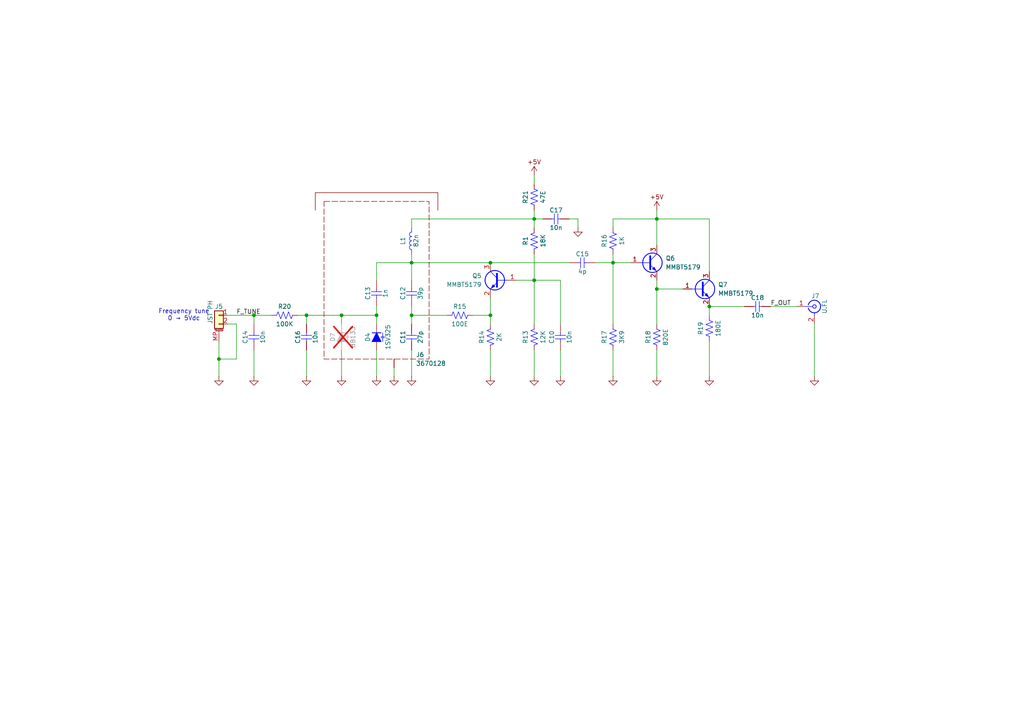
<source format=kicad_sch>
(kicad_sch (version 20250114) (generator "eeschema") (generator_version "9.0")
  (paper "A4")
  (title_block (title "Common Base Colpitts VFO"))
  (lib_symbols
    (symbol "#gplm:cap/CAP-0000-0040" (pin_numbers (hide yes)) (pin_names (offset 0.254))
      (property "Reference" "C" (at 1.27 2.54 0))
      (property "Value" "4p" (at 1.27 -2.54 0))
      (symbol "cap/CAP-0000-0040_1_1"
        (polyline (pts (xy 0.762 0) (xy 0 0)) (stroke (width 0) (color 0 0 255 1)))
        (polyline (pts (xy 0.762 -1.524) (xy 0.762 1.524)) (stroke (width 0) (color 0 0 255 1)))
        (polyline (pts (xy 1.778 0) (xy 2.54 0)) (stroke (width 0) (color 0 0 255 1)))
        (polyline (pts (xy 1.778 -1.524) (xy 1.778 1.524)) (stroke (width 0) (color 0 0 255 1)))
        (pin passive line (at -2.54 0 0) (length 2.54) (name "~") (number "1"))
        (pin passive line (at 5.08 0 180) (length 2.54) (name "~") (number "2"))
      )
    )
    (symbol "#gplm:cap/CAP-0000-0102" (pin_numbers (hide yes)) (pin_names (offset 0.254))
      (property "Reference" "C" (at 1.27 2.54 0))
      (property "Value" "1n" (at 1.27 -2.54 0))
      (symbol "cap/CAP-0000-0102_1_1"
        (polyline (pts (xy 0.762 0) (xy 0 0)) (stroke (width 0) (color 0 0 255 1)))
        (polyline (pts (xy 0.762 -1.524) (xy 0.762 1.524)) (stroke (width 0) (color 0 0 255 1)))
        (polyline (pts (xy 1.778 0) (xy 2.54 0)) (stroke (width 0) (color 0 0 255 1)))
        (polyline (pts (xy 1.778 -1.524) (xy 1.778 1.524)) (stroke (width 0) (color 0 0 255 1)))
        (pin passive line (at -2.54 0 0) (length 2.54) (name "~") (number "1"))
        (pin passive line (at 5.08 0 180) (length 2.54) (name "~") (number "2"))
      )
    )
    (symbol "#gplm:cap/CAP-0000-0103" (pin_numbers (hide yes)) (pin_names (offset 0.254))
      (property "Reference" "C" (at 1.27 2.54 0))
      (property "Value" "10n" (at 1.27 -2.54 0))
      (symbol "cap/CAP-0000-0103_1_1"
        (polyline (pts (xy 0.762 0) (xy 0 0)) (stroke (width 0) (color 0 0 255 1)))
        (polyline (pts (xy 0.762 -1.524) (xy 0.762 1.524)) (stroke (width 0) (color 0 0 255 1)))
        (polyline (pts (xy 1.778 0) (xy 2.54 0)) (stroke (width 0) (color 0 0 255 1)))
        (polyline (pts (xy 1.778 -1.524) (xy 1.778 1.524)) (stroke (width 0) (color 0 0 255 1)))
        (pin passive line (at -2.54 0 0) (length 2.54) (name "~") (number "1"))
        (pin passive line (at 5.08 0 180) (length 2.54) (name "~") (number "2"))
      )
    )
    (symbol "#gplm:cap/CAP-0000-0270" (pin_numbers (hide yes)) (pin_names (offset 0.254))
      (property "Reference" "C" (at 1.27 2.54 0))
      (property "Value" "27p" (at 1.27 -2.54 0))
      (symbol "cap/CAP-0000-0270_1_1"
        (polyline (pts (xy 0.762 0) (xy 0 0)) (stroke (width 0) (color 0 0 255 1)))
        (polyline (pts (xy 0.762 -1.524) (xy 0.762 1.524)) (stroke (width 0) (color 0 0 255 1)))
        (polyline (pts (xy 1.778 0) (xy 2.54 0)) (stroke (width 0) (color 0 0 255 1)))
        (polyline (pts (xy 1.778 -1.524) (xy 1.778 1.524)) (stroke (width 0) (color 0 0 255 1)))
        (pin passive line (at -2.54 0 0) (length 2.54) (name "~") (number "1"))
        (pin passive line (at 5.08 0 180) (length 2.54) (name "~") (number "2"))
      )
    )
    (symbol "#gplm:cap/CAP-0000-0390" (pin_numbers (hide yes)) (pin_names (offset 0.254))
      (property "Reference" "C" (at 1.27 2.54 0))
      (property "Value" "39p" (at 1.27 -2.54 0))
      (symbol "cap/CAP-0000-0390_1_1"
        (polyline (pts (xy 0.762 0) (xy 0 0)) (stroke (width 0) (color 0 0 255 1)))
        (polyline (pts (xy 0.762 -1.524) (xy 0.762 1.524)) (stroke (width 0) (color 0 0 255 1)))
        (polyline (pts (xy 1.778 0) (xy 2.54 0)) (stroke (width 0) (color 0 0 255 1)))
        (polyline (pts (xy 1.778 -1.524) (xy 1.778 1.524)) (stroke (width 0) (color 0 0 255 1)))
        (pin passive line (at -2.54 0 0) (length 2.54) (name "~") (number "1"))
        (pin passive line (at 5.08 0 180) (length 2.54) (name "~") (number "2"))
      )
    )
    (symbol "#gplm:con/CON-0000-0002" (pin_names (offset 1.016) (hide yes))
      (property "Reference" "J" (at 0 2.54 0))
      (property "Value" "JST PH" (at -2.54 -3.81 90))
      (symbol "con/CON-0000-0002_1_1"
        (polyline (pts (xy 1.016 -4.572) (xy -1.016 -4.572)) (stroke (width 0.1524)))
        (rectangle (start 1.27 1.27) (end -1.27 -3.81) (stroke (width 0.254)) (fill (type background)))
        (rectangle (start 1.27 0.127) (end 0 -0.127) (stroke (width 0.1524)))
        (rectangle (start 1.27 -2.413) (end 0 -2.667) (stroke (width 0.1524)))
        (text "Mounting" (at 0 -4.191 0) (effects (font (size 0.381 0.381))))
        (pin passive line (at 0 -7.62 90) (length 3.048) (name "MountPin") (number "MP"))
        (pin passive line (at 2.54 0 180) (length 1.27) (name "Pin_1") (number "1"))
        (pin passive line (at 2.54 -2.54 180) (length 1.27) (name "Pin_2") (number "2"))
      )
    )
    (symbol "#gplm:con/CON-0001-0000" (pin_names (offset 1.016) (hide yes))
      (property "Reference" "J" (at 0.254 3.048 0))
      (property "Value" "U.FL" (at 2.921 0 90))
      (symbol "con/CON-0001-0000_0_1"
        (polyline (pts (xy -2.54 0) (xy -0.508 0)) (stroke (width 0) (color 0 0 255 1)))
        (arc (start 1.778 0) (mid 0.222 -1.8079) (end -1.778 -0.508) (stroke (width 0.254) (color 0 0 255 1)))
        (arc (start -1.778 0.508) (mid 0.2221 1.8084) (end 1.778 0) (stroke (width 0.254) (color 0 0 255 1)))
        (circle (center 0 0) (radius 0.508) (stroke (width 0.2032) (color 0 0 255 1)))
        (polyline (pts (xy 0 -2.54) (xy 0 -1.778)) (stroke (width 0) (color 0 0 255 1)))
      )
      (symbol "con/CON-0001-0000_1_1"
        (pin passive line (at -5.08 0 0) (length 2.54) (name "In") (number "1"))
        (pin passive line (at 0 -5.08 90) (length 2.54) (name "Ext") (number "2"))
      )
    )
    (symbol "#gplm:dio/DIO-0000-0001" (pin_numbers (hide yes)) (pin_names (offset 1.016) (hide yes))
      (property "Reference" "D" (at 1.27 2.54 0))
      (property "Value" "1SV325" (at 1.27 -3.302 0))
      (symbol "dio/DIO-0000-0001_0_1"
        (polyline (pts (xy 0 1.27) (xy 0 -1.27)) (stroke (width 0.254) (color 0 0 255 1)))
        (polyline (pts (xy 0 0) (xy 2.54 0)) (stroke (width 0) (color 0 0 255 1)))
        (polyline (pts (xy 0 -1.778) (xy 1.1176 -1.778)) (stroke (width 0) (color 0 0 255 1)))
        (polyline (pts (xy 1.1176 -1.27) (xy 1.1176 -2.286)) (stroke (width 0) (color 0 0 255 1)))
        (polyline (pts (xy 1.4224 -1.27) (xy 1.4224 -2.286)) (stroke (width 0) (color 0 0 255 1)))
        (polyline (pts (xy 1.4224 -1.778) (xy 2.54 -1.778)) (stroke (width 0) (color 0 0 255 1)))
        (polyline (pts (xy 2.54 1.27) (xy 2.54 -1.27) (xy 0 0) (xy 2.54 1.27)) (stroke (width 0.254) (color 0 0 255 1)) (fill (type outline)))
      )
      (symbol "dio/DIO-0000-0001_1_1"
        (pin passive line (at -2.54 0 0) (length 2.54) (name "K") (number "1"))
        (pin passive line (at 5.08 0 180) (length 2.54) (name "A") (number "2"))
      )
    )
    (symbol "#gplm:dio/DIO-0000-0002" (pin_numbers (hide yes)) (pin_names (offset 1.016) (hide yes))
      (property "Reference" "D" (at 1.27 2.54 0))
      (property "Value" "BB133" (at 1.27 -3.302 0))
      (symbol "dio/DIO-0000-0002_0_1"
        (polyline (pts (xy 0 1.27) (xy 0 -1.27)) (stroke (width 0.254) (color 0 0 255 1)))
        (polyline (pts (xy 0 0) (xy 2.54 0)) (stroke (width 0) (color 0 0 255 1)))
        (polyline (pts (xy 0 -1.778) (xy 1.1176 -1.778)) (stroke (width 0) (color 0 0 255 1)))
        (polyline (pts (xy 1.1176 -1.27) (xy 1.1176 -2.286)) (stroke (width 0) (color 0 0 255 1)))
        (polyline (pts (xy 1.4224 -1.27) (xy 1.4224 -2.286)) (stroke (width 0) (color 0 0 255 1)))
        (polyline (pts (xy 1.4224 -1.778) (xy 2.54 -1.778)) (stroke (width 0) (color 0 0 255 1)))
        (polyline (pts (xy 2.54 1.27) (xy 2.54 -1.27) (xy 0 0) (xy 2.54 1.27)) (stroke (width 0.254) (color 0 0 255 1)) (fill (type outline)))
      )
      (symbol "dio/DIO-0000-0002_1_1"
        (pin passive line (at -2.54 0 0) (length 2.54) (name "K") (number "1"))
        (pin passive line (at 5.08 0 180) (length 2.54) (name "A") (number "2"))
      )
    )
    (symbol "#gplm:ind/IND-0000-0820" (pin_numbers (hide yes)) (pin_names (offset 1.016) (hide yes))
      (property "Reference" "L" (at 1.27 2.54 0))
      (property "Value" "82n" (at 1.27 -1.27 0))
      (symbol "ind/IND-0000-0820_0_1"
        (arc (start -1.27 0) (mid -0.635 0.6323) (end 0 0) (stroke (width 0) (color 0 0 255 1)))
        (arc (start 0 0) (mid 0.635 0.6323) (end 1.27 0) (stroke (width 0) (color 0 0 255 1)))
        (arc (start 1.27 0) (mid 1.905 0.6323) (end 2.54 0) (stroke (width 0) (color 0 0 255 1)))
        (arc (start 2.54 0) (mid 3.175 0.6323) (end 3.81 0) (stroke (width 0) (color 0 0 255 1)))
      )
      (symbol "ind/IND-0000-0820_1_1"
        (pin passive line (at -2.54 0 0) (length 1.27) (name "1") (number "1"))
        (pin passive line (at 5.08 0 180) (length 1.27) (name "2") (number "2"))
      )
    )
    (symbol "#gplm:res/RES-0000-0470" (pin_numbers (hide yes)) (pin_names (offset 0))
      (property "Reference" "R" (at 1.27 2.54 0))
      (property "Value" "47E" (at 1.27 -2.54 0))
      (symbol "res/RES-0000-0470_0_1"
        (polyline (pts (xy -1.016 0) (xy -1.27 0)) (stroke (width 0) (color 0 0 255 1)))
        (polyline (pts (xy -1.016 0) (xy -0.635 1.016) (xy -0.254 0) (xy 0.127 -1.016) (xy 0.508 0)) (stroke (width 0) (color 0 0 255 1)))
        (polyline (pts (xy 0.508 0) (xy 0.889 1.016) (xy 1.27 0) (xy 1.651 -1.016) (xy 2.032 0)) (stroke (width 0) (color 0 0 255 1)))
        (polyline (pts (xy 2.032 0) (xy 2.413 1.016) (xy 2.794 0) (xy 3.175 -1.016) (xy 3.556 0)) (stroke (width 0) (color 0 0 255 1)))
        (polyline (pts (xy 3.556 0) (xy 3.81 0)) (stroke (width 0) (color 0 0 255 1)))
      )
      (symbol "res/RES-0000-0470_1_1"
        (pin passive line (at -2.54 0 0) (length 1.27) (name "~") (number "1"))
        (pin passive line (at 5.08 0 180) (length 1.27) (name "~") (number "2"))
      )
    )
    (symbol "#gplm:res/RES-0000-1000" (pin_numbers (hide yes)) (pin_names (offset 0))
      (property "Reference" "R" (at 1.27 2.54 0))
      (property "Value" "100E" (at 1.27 -2.54 0))
      (symbol "res/RES-0000-1000_0_1"
        (polyline (pts (xy -1.016 0) (xy -1.27 0)) (stroke (width 0) (color 0 0 255 1)))
        (polyline (pts (xy -1.016 0) (xy -0.635 1.016) (xy -0.254 0) (xy 0.127 -1.016) (xy 0.508 0)) (stroke (width 0) (color 0 0 255 1)))
        (polyline (pts (xy 0.508 0) (xy 0.889 1.016) (xy 1.27 0) (xy 1.651 -1.016) (xy 2.032 0)) (stroke (width 0) (color 0 0 255 1)))
        (polyline (pts (xy 2.032 0) (xy 2.413 1.016) (xy 2.794 0) (xy 3.175 -1.016) (xy 3.556 0)) (stroke (width 0) (color 0 0 255 1)))
        (polyline (pts (xy 3.556 0) (xy 3.81 0)) (stroke (width 0) (color 0 0 255 1)))
      )
      (symbol "res/RES-0000-1000_1_1"
        (pin passive line (at -2.54 0 0) (length 1.27) (name "~") (number "1"))
        (pin passive line (at 5.08 0 180) (length 1.27) (name "~") (number "2"))
      )
    )
    (symbol "#gplm:res/RES-0000-1001" (pin_numbers (hide yes)) (pin_names (offset 0))
      (property "Reference" "R" (at 1.27 2.54 0))
      (property "Value" "1K" (at 1.27 -2.54 0))
      (symbol "res/RES-0000-1001_0_1"
        (polyline (pts (xy -1.016 0) (xy -1.27 0)) (stroke (width 0) (color 0 0 255 1)))
        (polyline (pts (xy -1.016 0) (xy -0.635 1.016) (xy -0.254 0) (xy 0.127 -1.016) (xy 0.508 0)) (stroke (width 0) (color 0 0 255 1)))
        (polyline (pts (xy 0.508 0) (xy 0.889 1.016) (xy 1.27 0) (xy 1.651 -1.016) (xy 2.032 0)) (stroke (width 0) (color 0 0 255 1)))
        (polyline (pts (xy 2.032 0) (xy 2.413 1.016) (xy 2.794 0) (xy 3.175 -1.016) (xy 3.556 0)) (stroke (width 0) (color 0 0 255 1)))
        (polyline (pts (xy 3.556 0) (xy 3.81 0)) (stroke (width 0) (color 0 0 255 1)))
      )
      (symbol "res/RES-0000-1001_1_1"
        (pin passive line (at -2.54 0 0) (length 1.27) (name "~") (number "1"))
        (pin passive line (at 5.08 0 180) (length 1.27) (name "~") (number "2"))
      )
    )
    (symbol "#gplm:res/RES-0000-1003" (pin_numbers (hide yes)) (pin_names (offset 0))
      (property "Reference" "R" (at 1.27 2.54 0))
      (property "Value" "100K" (at 1.27 -2.54 0))
      (symbol "res/RES-0000-1003_0_1"
        (polyline (pts (xy -1.016 0) (xy -1.27 0)) (stroke (width 0) (color 0 0 255 1)))
        (polyline (pts (xy -1.016 0) (xy -0.635 1.016) (xy -0.254 0) (xy 0.127 -1.016) (xy 0.508 0)) (stroke (width 0) (color 0 0 255 1)))
        (polyline (pts (xy 0.508 0) (xy 0.889 1.016) (xy 1.27 0) (xy 1.651 -1.016) (xy 2.032 0)) (stroke (width 0) (color 0 0 255 1)))
        (polyline (pts (xy 2.032 0) (xy 2.413 1.016) (xy 2.794 0) (xy 3.175 -1.016) (xy 3.556 0)) (stroke (width 0) (color 0 0 255 1)))
        (polyline (pts (xy 3.556 0) (xy 3.81 0)) (stroke (width 0) (color 0 0 255 1)))
      )
      (symbol "res/RES-0000-1003_1_1"
        (pin passive line (at -2.54 0 0) (length 1.27) (name "~") (number "1"))
        (pin passive line (at 5.08 0 180) (length 1.27) (name "~") (number "2"))
      )
    )
    (symbol "#gplm:res/RES-0000-1202" (pin_numbers (hide yes)) (pin_names (offset 0))
      (property "Reference" "R" (at 1.27 2.54 0))
      (property "Value" "12K" (at 1.27 -2.54 0))
      (symbol "res/RES-0000-1202_0_1"
        (polyline (pts (xy -1.016 0) (xy -1.27 0)) (stroke (width 0) (color 0 0 255 1)))
        (polyline (pts (xy -1.016 0) (xy -0.635 1.016) (xy -0.254 0) (xy 0.127 -1.016) (xy 0.508 0)) (stroke (width 0) (color 0 0 255 1)))
        (polyline (pts (xy 0.508 0) (xy 0.889 1.016) (xy 1.27 0) (xy 1.651 -1.016) (xy 2.032 0)) (stroke (width 0) (color 0 0 255 1)))
        (polyline (pts (xy 2.032 0) (xy 2.413 1.016) (xy 2.794 0) (xy 3.175 -1.016) (xy 3.556 0)) (stroke (width 0) (color 0 0 255 1)))
        (polyline (pts (xy 3.556 0) (xy 3.81 0)) (stroke (width 0) (color 0 0 255 1)))
      )
      (symbol "res/RES-0000-1202_1_1"
        (pin passive line (at -2.54 0 0) (length 1.27) (name "~") (number "1"))
        (pin passive line (at 5.08 0 180) (length 1.27) (name "~") (number "2"))
      )
    )
    (symbol "#gplm:res/RES-0000-1800" (pin_numbers (hide yes)) (pin_names (offset 0))
      (property "Reference" "R" (at 1.27 2.54 0))
      (property "Value" "180E" (at 1.27 -2.54 0))
      (symbol "res/RES-0000-1800_0_1"
        (polyline (pts (xy -1.016 0) (xy -1.27 0)) (stroke (width 0) (color 0 0 255 1)))
        (polyline (pts (xy -1.016 0) (xy -0.635 1.016) (xy -0.254 0) (xy 0.127 -1.016) (xy 0.508 0)) (stroke (width 0) (color 0 0 255 1)))
        (polyline (pts (xy 0.508 0) (xy 0.889 1.016) (xy 1.27 0) (xy 1.651 -1.016) (xy 2.032 0)) (stroke (width 0) (color 0 0 255 1)))
        (polyline (pts (xy 2.032 0) (xy 2.413 1.016) (xy 2.794 0) (xy 3.175 -1.016) (xy 3.556 0)) (stroke (width 0) (color 0 0 255 1)))
        (polyline (pts (xy 3.556 0) (xy 3.81 0)) (stroke (width 0) (color 0 0 255 1)))
      )
      (symbol "res/RES-0000-1800_1_1"
        (pin passive line (at -2.54 0 0) (length 1.27) (name "~") (number "1"))
        (pin passive line (at 5.08 0 180) (length 1.27) (name "~") (number "2"))
      )
    )
    (symbol "#gplm:res/RES-0000-1802" (pin_numbers (hide yes)) (pin_names (offset 0))
      (property "Reference" "R" (at 1.27 2.54 0))
      (property "Value" "18K" (at 1.27 -2.54 0))
      (symbol "res/RES-0000-1802_0_1"
        (polyline (pts (xy -1.016 0) (xy -1.27 0)) (stroke (width 0) (color 0 0 255 1)))
        (polyline (pts (xy -1.016 0) (xy -0.635 1.016) (xy -0.254 0) (xy 0.127 -1.016) (xy 0.508 0)) (stroke (width 0) (color 0 0 255 1)))
        (polyline (pts (xy 0.508 0) (xy 0.889 1.016) (xy 1.27 0) (xy 1.651 -1.016) (xy 2.032 0)) (stroke (width 0) (color 0 0 255 1)))
        (polyline (pts (xy 2.032 0) (xy 2.413 1.016) (xy 2.794 0) (xy 3.175 -1.016) (xy 3.556 0)) (stroke (width 0) (color 0 0 255 1)))
        (polyline (pts (xy 3.556 0) (xy 3.81 0)) (stroke (width 0) (color 0 0 255 1)))
      )
      (symbol "res/RES-0000-1802_1_1"
        (pin passive line (at -2.54 0 0) (length 1.27) (name "~") (number "1"))
        (pin passive line (at 5.08 0 180) (length 1.27) (name "~") (number "2"))
      )
    )
    (symbol "#gplm:res/RES-0000-2001" (pin_numbers (hide yes)) (pin_names (offset 0))
      (property "Reference" "R" (at 1.27 2.54 0))
      (property "Value" "2K" (at 1.27 -2.54 0))
      (symbol "res/RES-0000-2001_0_1"
        (polyline (pts (xy -1.016 0) (xy -1.27 0)) (stroke (width 0) (color 0 0 255 1)))
        (polyline (pts (xy -1.016 0) (xy -0.635 1.016) (xy -0.254 0) (xy 0.127 -1.016) (xy 0.508 0)) (stroke (width 0) (color 0 0 255 1)))
        (polyline (pts (xy 0.508 0) (xy 0.889 1.016) (xy 1.27 0) (xy 1.651 -1.016) (xy 2.032 0)) (stroke (width 0) (color 0 0 255 1)))
        (polyline (pts (xy 2.032 0) (xy 2.413 1.016) (xy 2.794 0) (xy 3.175 -1.016) (xy 3.556 0)) (stroke (width 0) (color 0 0 255 1)))
        (polyline (pts (xy 3.556 0) (xy 3.81 0)) (stroke (width 0) (color 0 0 255 1)))
      )
      (symbol "res/RES-0000-2001_1_1"
        (pin passive line (at -2.54 0 0) (length 1.27) (name "~") (number "1"))
        (pin passive line (at 5.08 0 180) (length 1.27) (name "~") (number "2"))
      )
    )
    (symbol "#gplm:res/RES-0000-3901" (pin_numbers (hide yes)) (pin_names (offset 0))
      (property "Reference" "R" (at 1.27 2.54 0))
      (property "Value" "3K9" (at 1.27 -2.54 0))
      (symbol "res/RES-0000-3901_0_1"
        (polyline (pts (xy -1.016 0) (xy -1.27 0)) (stroke (width 0) (color 0 0 255 1)))
        (polyline (pts (xy -1.016 0) (xy -0.635 1.016) (xy -0.254 0) (xy 0.127 -1.016) (xy 0.508 0)) (stroke (width 0) (color 0 0 255 1)))
        (polyline (pts (xy 0.508 0) (xy 0.889 1.016) (xy 1.27 0) (xy 1.651 -1.016) (xy 2.032 0)) (stroke (width 0) (color 0 0 255 1)))
        (polyline (pts (xy 2.032 0) (xy 2.413 1.016) (xy 2.794 0) (xy 3.175 -1.016) (xy 3.556 0)) (stroke (width 0) (color 0 0 255 1)))
        (polyline (pts (xy 3.556 0) (xy 3.81 0)) (stroke (width 0) (color 0 0 255 1)))
      )
      (symbol "res/RES-0000-3901_1_1"
        (pin passive line (at -2.54 0 0) (length 1.27) (name "~") (number "1"))
        (pin passive line (at 5.08 0 180) (length 1.27) (name "~") (number "2"))
      )
    )
    (symbol "#gplm:res/RES-0000-8200" (pin_numbers (hide yes)) (pin_names (offset 0))
      (property "Reference" "R" (at 1.27 2.54 0))
      (property "Value" "820E" (at 1.27 -2.54 0))
      (symbol "res/RES-0000-8200_0_1"
        (polyline (pts (xy -1.016 0) (xy -1.27 0)) (stroke (width 0) (color 0 0 255 1)))
        (polyline (pts (xy -1.016 0) (xy -0.635 1.016) (xy -0.254 0) (xy 0.127 -1.016) (xy 0.508 0)) (stroke (width 0) (color 0 0 255 1)))
        (polyline (pts (xy 0.508 0) (xy 0.889 1.016) (xy 1.27 0) (xy 1.651 -1.016) (xy 2.032 0)) (stroke (width 0) (color 0 0 255 1)))
        (polyline (pts (xy 2.032 0) (xy 2.413 1.016) (xy 2.794 0) (xy 3.175 -1.016) (xy 3.556 0)) (stroke (width 0) (color 0 0 255 1)))
        (polyline (pts (xy 3.556 0) (xy 3.81 0)) (stroke (width 0) (color 0 0 255 1)))
      )
      (symbol "res/RES-0000-8200_1_1"
        (pin passive line (at -2.54 0 0) (length 1.27) (name "~") (number "1"))
        (pin passive line (at 5.08 0 180) (length 1.27) (name "~") (number "2"))
      )
    )
    (symbol "#gplm:rfm/RFM-0000-0001" (pin_numbers (hide yes)) (pin_names (offset 1.016) (hide yes))
      (property "Reference" "J" (at 0 3.81 0))
      (property "Value" "3670128" (at 0 1.27 0))
      (symbol "rfm/RFM-0000-0001_1_1"
        (pin passive line (at 0 -2.54 90) (length 2.54) (name "Shield") (number "1"))
      )
    )
    (symbol "#gplm:trs/TRS-0000-0000" (pin_names (offset 0) (hide yes))
      (property "Reference" "Q" (at 5.08 1.27 0))
      (property "Value" "MMBT5179" (at 5.08 -1.27 0))
      (symbol "trs/TRS-0000-0000_0_1"
        (polyline (pts (xy -2.54 0) (xy 0.635 0)) (stroke (width 0) (color 0 0 255 1)))
        (polyline (pts (xy 0.635 1.905) (xy 0.635 -1.905)) (stroke (width 0.508) (color 0 0 255 1)))
        (polyline (pts (xy 0.635 0.635) (xy 2.54 2.54)) (stroke (width 0) (color 0 0 255 1)))
        (polyline (pts (xy 0.635 -0.635) (xy 2.54 -2.54)) (stroke (width 0) (color 0 0 255 1)))
        (circle (center 1.27 0) (radius 2.8194) (stroke (width 0.254) (color 0 0 255 1)))
        (polyline (pts (xy 1.27 -1.778) (xy 1.778 -1.27) (xy 2.286 -2.286) (xy 1.27 -1.778)) (stroke (width 0) (color 0 0 255 1)) (fill (type outline)))
      )
      (symbol "trs/TRS-0000-0000_1_1"
        (pin passive line (at -5.08 0 0) (length 2.54) (name "B") (number "1"))
        (pin passive line (at 2.54 5.08 270) (length 2.54) (name "C") (number "3"))
        (pin passive line (at 2.54 -5.08 90) (length 2.54) (name "E") (number "2"))
      )
    )
    (symbol "power:+5V" (power) (pin_numbers (hide yes)) (pin_names (offset 0) (hide yes))
      (property "Value" "+5V" (at 0 3.556 0))
      (symbol "+5V_0_1"
        (polyline (pts (xy -0.762 1.27) (xy 0 2.54)))
        (polyline (pts (xy 0 2.54) (xy 0.762 1.27)))
        (polyline (pts (xy 0 0) (xy 0 2.54)))
      )
      (symbol "+5V_1_1"
        (pin power_in line (at 0 0 90) (length 0) (name "~") (number "1"))
      )
    )
    (symbol "power:GND" (power) (pin_numbers (hide yes)) (pin_names (offset 0) (hide yes))
      (property "Value" "GND" (at 0 -3.81 0))
      (symbol "GND_0_1"
        (polyline (pts (xy 0 0) (xy 0 -1.27) (xy 1.27 -1.27) (xy 0 -2.54) (xy -1.27 -1.27) (xy 0 -1.27)))
      )
      (symbol "GND_1_1"
        (pin power_in line (at 0 0 270) (length 0) (name "~") (number "1"))
      )
    )
  )
  (rectangle (start 93.98 58.42) (end 124.46 104.14) (stroke (width 0) (type dash) (color 128 0 0 1)))
  (text "Frequency tune\n0 → 5Vdc" (at 53.34 91.44 0) (effects (font (size 1.27 1.27))))
  (junction (at 99.06 91.44))
  (junction (at 154.94 81.28))
  (junction (at 119.38 76.2))
  (junction (at 205.74 88.9))
  (junction (at 109.22 91.44))
  (junction (at 190.5 83.82))
  (junction (at 73.66 91.44))
  (junction (at 177.8 76.2))
  (junction (at 154.94 63.5))
  (junction (at 88.9 91.44))
  (junction (at 63.5 104.14))
  (junction (at 119.38 91.44))
  (junction (at 142.24 76.2))
  (junction (at 190.5 63.5))
  (junction (at 142.24 91.44))
  (wire (pts (xy 99.06 91.44) (xy 99.06 93.98)))
  (wire (pts (xy 119.38 109.22) (xy 119.38 101.6)))
  (wire (pts (xy 68.58 93.98) (xy 68.58 104.14)))
  (polyline (pts (xy 91.44 55.88) (xy 127 55.88)) (stroke (width 0) (color 128 0 0 1)))
  (wire (pts (xy 223.52 88.9) (xy 231.14 88.9)))
  (wire (pts (xy 142.24 76.2) (xy 165.1 76.2)))
  (wire (pts (xy 142.24 91.44) (xy 142.24 93.98)))
  (wire (pts (xy 190.5 81.28) (xy 190.5 83.82)))
  (wire (pts (xy 109.22 88.9) (xy 109.22 91.44)))
  (wire (pts (xy 190.5 83.82) (xy 190.5 93.98)))
  (wire (pts (xy 88.9 91.44) (xy 99.06 91.44)))
  (wire (pts (xy 73.66 101.6) (xy 73.66 109.22)))
  (wire (pts (xy 172.72 76.2) (xy 177.8 76.2)))
  (wire (pts (xy 142.24 109.22) (xy 142.24 101.6)))
  (wire (pts (xy 190.5 83.82) (xy 198.12 83.82)))
  (wire (pts (xy 119.38 63.5) (xy 119.38 66.04)))
  (wire (pts (xy 119.38 91.44) (xy 119.38 88.9)))
  (wire (pts (xy 177.8 63.5) (xy 177.8 66.04)))
  (wire (pts (xy 190.5 63.5) (xy 205.74 63.5)))
  (wire (pts (xy 109.22 81.28) (xy 109.22 76.2)))
  (wire (pts (xy 73.66 91.44) (xy 73.66 93.98)))
  (wire (pts (xy 66.04 93.98) (xy 68.58 93.98)))
  (wire (pts (xy 177.8 76.2) (xy 177.8 93.98)))
  (wire (pts (xy 154.94 50.8) (xy 154.94 53.34)))
  (wire (pts (xy 109.22 93.98) (xy 109.22 91.44)))
  (wire (pts (xy 119.38 63.5) (xy 154.94 63.5)))
  (wire (pts (xy 154.94 81.28) (xy 149.86 81.28)))
  (wire (pts (xy 162.56 109.22) (xy 162.56 101.6)))
  (polyline (pts (xy 127 55.88) (xy 127 60.96)) (stroke (width 0) (color 128 0 0 1)))
  (polyline (pts (xy 91.44 60.96) (xy 91.44 55.88)) (stroke (width 0) (color 128 0 0 1)))
  (wire (pts (xy 109.22 109.22) (xy 109.22 101.6)))
  (wire (pts (xy 119.38 91.44) (xy 119.38 93.98)))
  (wire (pts (xy 177.8 63.5) (xy 190.5 63.5)))
  (wire (pts (xy 142.24 91.44) (xy 137.16 91.44)))
  (wire (pts (xy 142.24 86.36) (xy 142.24 91.44)))
  (wire (pts (xy 99.06 91.44) (xy 109.22 91.44)))
  (wire (pts (xy 119.38 76.2) (xy 119.38 81.28)))
  (wire (pts (xy 109.22 76.2) (xy 119.38 76.2)))
  (wire (pts (xy 119.38 73.66) (xy 119.38 76.2)))
  (wire (pts (xy 154.94 63.5) (xy 157.48 63.5)))
  (wire (pts (xy 73.66 91.44) (xy 78.74 91.44)))
  (wire (pts (xy 177.8 76.2) (xy 182.88 76.2)))
  (wire (pts (xy 177.8 101.6) (xy 177.8 109.22)))
  (wire (pts (xy 162.56 81.28) (xy 162.56 93.98)))
  (wire (pts (xy 88.9 91.44) (xy 88.9 93.98)))
  (wire (pts (xy 154.94 63.5) (xy 154.94 66.04)))
  (wire (pts (xy 205.74 63.5) (xy 205.74 78.74)))
  (wire (pts (xy 119.38 91.44) (xy 129.54 91.44)))
  (wire (pts (xy 154.94 109.22) (xy 154.94 101.6)))
  (wire (pts (xy 154.94 81.28) (xy 154.94 93.98)))
  (wire (pts (xy 142.24 76.2) (xy 119.38 76.2)))
  (wire (pts (xy 63.5 99.06) (xy 63.5 104.14)))
  (wire (pts (xy 99.06 101.6) (xy 99.06 109.22)))
  (wire (pts (xy 63.5 104.14) (xy 63.5 109.22)))
  (wire (pts (xy 190.5 101.6) (xy 190.5 109.22)))
  (wire (pts (xy 154.94 73.66) (xy 154.94 81.28)))
  (wire (pts (xy 205.74 88.9) (xy 215.9 88.9)))
  (wire (pts (xy 63.5 104.14) (xy 68.58 104.14)))
  (wire (pts (xy 205.74 99.06) (xy 205.74 109.22)))
  (wire (pts (xy 167.64 63.5) (xy 167.64 66.04)))
  (wire (pts (xy 162.56 81.28) (xy 154.94 81.28)))
  (wire (pts (xy 114.3 106.68) (xy 114.3 109.22)))
  (wire (pts (xy 73.66 91.44) (xy 66.04 91.44)))
  (wire (pts (xy 205.74 88.9) (xy 205.74 91.44)))
  (wire (pts (xy 190.5 63.5) (xy 190.5 71.12)))
  (wire (pts (xy 165.1 63.5) (xy 167.64 63.5)))
  (wire (pts (xy 154.94 60.96) (xy 154.94 63.5)))
  (wire (pts (xy 177.8 73.66) (xy 177.8 76.2)))
  (wire (pts (xy 86.36 91.44) (xy 88.9 91.44)))
  (wire (pts (xy 190.5 60.96) (xy 190.5 63.5)))
  (wire (pts (xy 88.9 101.6) (xy 88.9 109.22)))
  (wire (pts (xy 236.22 93.98) (xy 236.22 109.22)))
  (label "F_TUNE" (at 68.58 91.44 0))
  (label "F_OUT" (at 223.52 88.9 0))
  (symbol (lib_id "power:+5V") (at 154.94 50.8 0) (unit 1)
    (property "Reference" "#PWR033" (effects (hide yes)))
    (property "Value" "+5V" (at 154.94 46.99 0))
    (property "Description" "Power symbol creates a global label with name \"+5V\"" (effects (hide yes)))
  )
  (symbol (lib_id "#gplm:trs/TRS-0000-0000") (at 187.96 76.2 0) (unit 1)
    (property "Reference" "Q6" (at 193.04 74.9299 0) (effects (justify left)))
    (property "Value" "MMBT5179" (at 193.04 77.4699 0) (effects (justify left)))
    (property "Footprint" "g-SOT:SOT-23-3" (effects (hide yes)))
    (property "Datasheet" "https://www.onsemi.com/pub/Collateral/MMBT5179-D.PDF" (effects (hide yes)))
    (property "Description" "RF TRANS NPN 12V 2GHZ SOT-23-3" (effects (hide yes)))
    (property "IPN" "TRS-0000-0000" (effects (hide yes)))
    (property "Manufacturer" "onsemi" (effects (hide yes)))
    (property "MPN" "MMBT5179" (effects (hide yes)))
    (property "max(Vce)" "12" (effects (hide yes)))
    (property "max(Ic)" "50m" (effects (hide yes)))
    (property "LCSC" "C416012" (effects (hide yes)))
  )
  (symbol (lib_id "#gplm:rfm/RFM-0000-0001") (at 114.3 104.14 0) (unit 1)
    (property "Reference" "J6" (at 120.65 102.87 0) (effects (justify left)))
    (property "Value" "3670128" (at 120.65 105.41 0) (effects (justify left)))
    (property "Footprint" "g-rfm:H_Wurth_WE-SHC-SEAMLESS-FRAME_3670128" (effects (hide yes)))
    (property "Datasheet" "https://www.we-online.com/components/products/datasheet/3670128.pdf" (effects (hide yes)))
    (property "Description" "WE-SHC TWO-PIECE SEAMLESS SHIELD" (effects (hide yes)))
    (property "IPN" "RFM-0000-0001" (effects (hide yes)))
    (property "Manufacturer" "Würth Elektronik" (effects (hide yes)))
    (property "MPN" "3670128" (effects (hide yes)))
    (property "LCSC" "C4365834" (effects (hide yes)))
  )
  (symbol (lib_id "#gplm:cap/CAP-0000-0103") (at 88.9 99.06 90) (unit 1)
    (property "Reference" "C16" (at 86.36 97.79 0))
    (property "Value" "10n" (at 91.44 97.79 0))
    (property "Footprint" "g-cap:C_0603_1608Metric" (effects (hide yes)))
    (property "Datasheet" "https://search.murata.co.jp/Ceramy/image/img/A01X/G101/ENG/GCM188R71H103KA37-01.pdf" (effects (hide yes)))
    (property "Description" "CAP CER 10NF 50V X7R 0603" (effects (hide yes)))
    (property "IPN" "CAP-0000-0103" (effects (hide yes)))
    (property "Manufacturer" "Murata Electronics" (effects (hide yes)))
    (property "MPN" "GCM188R71H103KA37D" (effects (hide yes)))
    (property "Capacitance" "10n" (effects (hide yes)))
    (property "Voltage" "50V" (effects (hide yes)))
    (property "Material" "X7R" (effects (hide yes)))
    (property "Tolerance" "±10%" (effects (hide yes)))
    (property "LCSC" "C57112" (effects (hide yes)))
  )
  (symbol (lib_id "#gplm:res/RES-0000-8200") (at 190.5 99.06 90) (unit 1)
    (property "Reference" "R18" (at 187.96 97.79 0))
    (property "Value" "820E" (at 193.04 97.79 0))
    (property "Footprint" "g-res:R_0603_1608Metric" (effects (hide yes)))
    (property "Datasheet" "https://www.yageogroup.com/content/datasheet/asset/file/PYU-RC_GROUP_51_ROHS_L" (effects (hide yes)))
    (property "Description" "RES 820 OHM 1% 1/10W 0603" (effects (hide yes)))
    (property "IPN" "RES-0000-8200" (effects (hide yes)))
    (property "Manufacturer" "Yageo" (effects (hide yes)))
    (property "MPN" "RC0603FR-13820RL" (effects (hide yes)))
    (property "Resistance" "820E" (effects (hide yes)))
    (property "Tolerance" "1%" (effects (hide yes)))
    (property "LCSC" "C23253" (effects (hide yes)))
  )
  (symbol (lib_id "#gplm:cap/CAP-0000-0103") (at 160.02 63.5 0) (unit 1)
    (property "Reference" "C17" (at 161.29 60.96 0))
    (property "Value" "10n" (at 161.29 66.04 0))
    (property "Footprint" "g-cap:C_0603_1608Metric" (effects (hide yes)))
    (property "Datasheet" "https://search.murata.co.jp/Ceramy/image/img/A01X/G101/ENG/GCM188R71H103KA37-01.pdf" (effects (hide yes)))
    (property "Description" "CAP CER 10NF 50V X7R 0603" (effects (hide yes)))
    (property "IPN" "CAP-0000-0103" (effects (hide yes)))
    (property "Manufacturer" "Murata Electronics" (effects (hide yes)))
    (property "MPN" "GCM188R71H103KA37D" (effects (hide yes)))
    (property "Capacitance" "10n" (effects (hide yes)))
    (property "Voltage" "50V" (effects (hide yes)))
    (property "Material" "X7R" (effects (hide yes)))
    (property "Tolerance" "±10%" (effects (hide yes)))
    (property "LCSC" "C57112" (effects (hide yes)))
  )
  (symbol (lib_id "power:GND") (at 142.24 109.22 0) (mirror y) (unit 1)
    (property "Reference" "#PWR031" (effects (hide yes)))
    (property "Value" "GND" (effects (hide yes)))
    (property "Description" "Power symbol creates a global label with name \"GND\" , ground" (effects (hide yes)))
  )
  (symbol (lib_id "power:GND") (at 73.66 109.22 0) (unit 1)
    (property "Reference" "#PWR026" (effects (hide yes)))
    (property "Value" "GND" (effects (hide yes)))
    (property "Description" "Power symbol creates a global label with name \"GND\" , ground" (effects (hide yes)))
  )
  (symbol (lib_id "#gplm:dio/DIO-0000-0002") (at 99.06 96.52 90) (mirror x) (unit 1) (dnp yes)
    (property "Reference" "D7" (at 96.52 97.79 0))
    (property "Value" "BB133" (at 102.362 97.79 0))
    (property "Footprint" "g-dio:D_SOD-323" (effects (hide yes)))
    (property "Datasheet" "https://www.lcsc.com/datasheet/C5334579.pdf" (effects (hide yes)))
    (property "Description" "Diode VARACTOR 30V SINGLE" (effects (hide yes)))
    (property "IPN" "DIO-0000-0002" (effects (hide yes)))
    (property "Manufacturer" "Shikues" (effects (hide yes)))
    (property "MPN" "BB133" (effects (hide yes)))
    (property "Current" "/" (effects (hide yes)))
    (property "Voltage" "30V" (effects (hide yes)))
    (property "LCSC" "C5334579" (effects (hide yes)))
  )
  (symbol (lib_id "#gplm:cap/CAP-0000-0102") (at 109.22 86.36 90) (unit 1)
    (property "Reference" "C13" (at 106.68 85.09 0))
    (property "Value" "1n" (at 111.76 85.09 0))
    (property "Footprint" "g-cap:C_0603_1608Metric" (effects (hide yes)))
    (property "Datasheet" "https://jlcpcb.com/api/file/downloadByFileSystemAccessId/8579706978448228352" (effects (hide yes)))
    (property "Description" "CAP CER 1NF 50V X7R 0603" (effects (hide yes)))
    (property "IPN" "CAP-0000-0102" (effects (hide yes)))
    (property "Manufacturer" "Samsung Electro-Mechanics" (effects (hide yes)))
    (property "MPN" "CL10B102KB8NNNC" (effects (hide yes)))
    (property "Capacitance" "1n" (effects (hide yes)))
    (property "Voltage" "50V" (effects (hide yes)))
    (property "Material" "NP0" (effects (hide yes)))
    (property "Tolerance" "±10%" (effects (hide yes)))
    (property "LCSC" "C1588" (effects (hide yes)))
  )
  (symbol (lib_id "#gplm:res/RES-0000-1800") (at 205.74 96.52 90) (unit 1)
    (property "Reference" "R19" (at 203.2 95.25 0))
    (property "Value" "180E" (at 208.28 95.25 0))
    (property "Footprint" "g-res:R_0603_1608Metric" (effects (hide yes)))
    (property "Datasheet" "https://www.yageogroup.com/content/datasheet/asset/file/PYU-RC_GROUP_51_ROHS_L" (effects (hide yes)))
    (property "Description" "RES 180 OHM 1% 1/10W 0603" (effects (hide yes)))
    (property "IPN" "RES-0000-1800" (effects (hide yes)))
    (property "Manufacturer" "Yageo" (effects (hide yes)))
    (property "MPN" "RC0603FR-07180RL" (effects (hide yes)))
    (property "Resistance" "180E" (effects (hide yes)))
    (property "Tolerance" "1%" (effects (hide yes)))
    (property "LCSC" "C22828" (effects (hide yes)))
  )
  (symbol (lib_id "#gplm:cap/CAP-0000-0270") (at 119.38 99.06 90) (unit 1)
    (property "Reference" "C11" (at 116.84 97.79 0))
    (property "Value" "27p" (at 121.92 97.79 0))
    (property "Footprint" "g-cap:C_0603_1608Metric" (effects (hide yes)))
    (property "Datasheet" "https://www.yageogroup.com/content/datasheet/asset/file/KEM_C1003_C0G_SMD" (effects (hide yes)))
    (property "Description" "CAP CER 27PF 50V C0G/NP0 0603" (effects (hide yes)))
    (property "IPN" "CAP-0000-0270" (effects (hide yes)))
    (property "Manufacturer" "KEMET" (effects (hide yes)))
    (property "MPN" "C0603C270J5GACTU" (effects (hide yes)))
    (property "Capacitance" "27p" (effects (hide yes)))
    (property "Voltage" "50V" (effects (hide yes)))
    (property "Material" "NP0" (effects (hide yes)))
    (property "Tolerance" "±5%" (effects (hide yes)))
    (property "LCSC" "C107045" (effects (hide yes)))
  )
  (symbol (lib_id "power:GND") (at 167.64 66.04 0) (unit 1)
    (property "Reference" "#PWR038" (effects (hide yes)))
    (property "Value" "GND" (effects (hide yes)))
    (property "Description" "Power symbol creates a global label with name \"GND\" , ground" (effects (hide yes)))
  )
  (symbol (lib_id "#gplm:res/RES-0000-1802") (at 154.94 68.58 90) (mirror x) (unit 1)
    (property "Reference" "R1" (at 152.4 69.85 0))
    (property "Value" "18K" (at 157.48 69.85 0))
    (property "Footprint" "g-res:R_0603_1608Metric" (effects (hide yes)))
    (property "Datasheet" "https://www.yageogroup.com/content/datasheet/asset/file/PYU-RC_GROUP_51_ROHS_L" (effects (hide yes)))
    (property "Description" "RES 18K OHM 1% 1/10W 0603" (effects (hide yes)))
    (property "IPN" "RES-0000-1802" (effects (hide yes)))
    (property "Manufacturer" "Yageo" (effects (hide yes)))
    (property "MPN" "RC0603FR-0718KL" (effects (hide yes)))
    (property "Resistance" "18K" (effects (hide yes)))
    (property "Tolerance" "1%" (effects (hide yes)))
    (property "LCSC" "C25810" (effects (hide yes)))
  )
  (symbol (lib_id "power:GND") (at 162.56 109.22 0) (mirror y) (unit 1)
    (property "Reference" "#PWR029" (effects (hide yes)))
    (property "Value" "GND" (effects (hide yes)))
    (property "Description" "Power symbol creates a global label with name \"GND\" , ground" (effects (hide yes)))
  )
  (symbol (lib_id "#gplm:res/RES-0000-3901") (at 177.8 99.06 90) (unit 1)
    (property "Reference" "R17" (at 175.26 97.79 0))
    (property "Value" "3K9" (at 180.34 97.79 0))
    (property "Footprint" "g-res:R_0603_1608Metric" (effects (hide yes)))
    (property "Datasheet" "https://www.yageogroup.com/content/datasheet/asset/file/PYU-RC_GROUP_51_ROHS_L" (effects (hide yes)))
    (property "Description" "RES 3.9K OHM 1% 1/10W 0603" (effects (hide yes)))
    (property "IPN" "RES-0000-3901" (effects (hide yes)))
    (property "Manufacturer" "Yageo" (effects (hide yes)))
    (property "MPN" "RC0603FR-133K9L" (effects (hide yes)))
    (property "Resistance" "3K9" (effects (hide yes)))
    (property "Tolerance" "1%" (effects (hide yes)))
    (property "LCSC" "C23018" (effects (hide yes)))
  )
  (symbol (lib_id "#gplm:trs/TRS-0000-0000") (at 144.78 81.28 0) (mirror y) (unit 1)
    (property "Reference" "Q5" (at 139.7 80.0099 0) (effects (justify left)))
    (property "Value" "MMBT5179" (at 139.7 82.5499 0) (effects (justify left)))
    (property "Footprint" "g-SOT:SOT-23-3" (effects (hide yes)))
    (property "Datasheet" "https://www.onsemi.com/pub/Collateral/MMBT5179-D.PDF" (effects (hide yes)))
    (property "Description" "RF TRANS NPN 12V 2GHZ SOT-23-3" (effects (hide yes)))
    (property "IPN" "TRS-0000-0000" (effects (hide yes)))
    (property "Manufacturer" "onsemi" (effects (hide yes)))
    (property "MPN" "MMBT5179" (effects (hide yes)))
    (property "max(Vce)" "12" (effects (hide yes)))
    (property "max(Ic)" "50m" (effects (hide yes)))
    (property "LCSC" "C416012" (effects (hide yes)))
  )
  (symbol (lib_id "power:GND") (at 205.74 109.22 0) (mirror y) (unit 1)
    (property "Reference" "#PWR037" (effects (hide yes)))
    (property "Value" "GND" (effects (hide yes)))
    (property "Description" "Power symbol creates a global label with name \"GND\" , ground" (effects (hide yes)))
  )
  (symbol (lib_id "power:GND") (at 88.9 109.22 0) (unit 1)
    (property "Reference" "#PWR032" (effects (hide yes)))
    (property "Value" "GND" (effects (hide yes)))
    (property "Description" "Power symbol creates a global label with name \"GND\" , ground" (effects (hide yes)))
  )
  (symbol (lib_id "#gplm:res/RES-0000-1003") (at 81.28 91.44 0) (unit 1)
    (property "Reference" "R20" (at 82.55 88.9 0))
    (property "Value" "100K" (at 82.55 93.98 0))
    (property "Footprint" "g-res:R_0603_1608Metric" (effects (hide yes)))
    (property "Datasheet" "https://www.yageogroup.com/content/datasheet/asset/file/PYU-RC_GROUP_51_ROHS_L" (effects (hide yes)))
    (property "Description" "RES 100K OHM 1% 1/10W 0603" (effects (hide yes)))
    (property "IPN" "RES-0000-1003" (effects (hide yes)))
    (property "Manufacturer" "Yageo" (effects (hide yes)))
    (property "MPN" "RC0603FR-07100KL" (effects (hide yes)))
    (property "Resistance" "100K" (effects (hide yes)))
    (property "Tolerance" "1%" (effects (hide yes)))
    (property "LCSC" "C25803" (effects (hide yes)))
  )
  (symbol (lib_id "#gplm:dio/DIO-0000-0001") (at 109.22 96.52 90) (mirror x) (unit 1)
    (property "Reference" "D4" (at 106.68 97.79 0))
    (property "Value" "1SV325" (at 112.522 97.79 0))
    (property "Footprint" "g-dio:D_SOD-523" (effects (hide yes)))
    (property "Datasheet" "https://toshiba.semicon-storage.com/info/docget.jsp?did=2860&prodName=1SV325" (effects (hide yes)))
    (property "Description" "DIODE VARACTOR 10V SINGLE ESC" (effects (hide yes)))
    (property "IPN" "DIO-0000-0001" (effects (hide yes)))
    (property "Manufacturer" "Toshiba Semiconductor and Storage" (effects (hide yes)))
    (property "MPN" "1SV325,H3F(T" (effects (hide yes)))
    (property "Current" "/" (effects (hide yes)))
    (property "Voltage" "10V" (effects (hide yes)))
    (property "LCSC" "C4153758" (effects (hide yes)))
  )
  (symbol (lib_id "#gplm:trs/TRS-0000-0000") (at 203.2 83.82 0) (unit 1)
    (property "Reference" "Q7" (at 208.28 82.5499 0) (effects (justify left)))
    (property "Value" "MMBT5179" (at 208.28 85.0899 0) (effects (justify left)))
    (property "Footprint" "g-SOT:SOT-23-3" (effects (hide yes)))
    (property "Datasheet" "https://www.onsemi.com/pub/Collateral/MMBT5179-D.PDF" (effects (hide yes)))
    (property "Description" "RF TRANS NPN 12V 2GHZ SOT-23-3" (effects (hide yes)))
    (property "IPN" "TRS-0000-0000" (effects (hide yes)))
    (property "Manufacturer" "onsemi" (effects (hide yes)))
    (property "MPN" "MMBT5179" (effects (hide yes)))
    (property "max(Vce)" "12" (effects (hide yes)))
    (property "max(Ic)" "50m" (effects (hide yes)))
    (property "LCSC" "C416012" (effects (hide yes)))
  )
  (symbol (lib_id "#gplm:ind/IND-0000-0820") (at 119.38 71.12 90) (unit 1)
    (property "Reference" "L1" (at 116.84 69.85 0))
    (property "Value" "82n" (at 120.65 69.85 0))
    (property "Footprint" "g-ind:L_Wurth_WE-CAIR-4248" (effects (hide yes)))
    (property "Datasheet" "https://www.we-online.com/components/products/datasheet/744912182.pdf" (effects (hide yes)))
    (property "Description" "FIXED IND 82NH 2.5A 9.4 MOHM SMD" (effects (hide yes)))
    (property "IPN" "IND-0000-0820" (effects (hide yes)))
    (property "Manufacturer" "Würth Elektronik" (effects (hide yes)))
    (property "MPN" "744912182" (effects (hide yes)))
    (property "Inductance" "82n" (effects (hide yes)))
    (property "Current" "2.5A" (effects (hide yes)))
    (property "LCSC" "C5178935" (effects (hide yes)))
  )
  (symbol (lib_id "#gplm:con/CON-0000-0002") (at 63.5 91.44 0) (unit 1)
    (property "Reference" "J5" (at 63.5 88.9 0))
    (property "Value" "JST PH" (at 60.96 93.98 90) (effects (justify left)))
    (property "Footprint" "g-con:JST_PH_S2B-PH-SM4-TB_1x02-1MP_P2.00mm_Horizontal" (effects (hide yes)))
    (property "Datasheet" "https://www.jst-mfg.com/product/pdf/eng/ePH.pdf" (effects (hide yes)))
    (property "Description" "CONN HEADER SMD R/A 2POS 2MM" (effects (hide yes)))
    (property "IPN" "CON-0000-0002" (effects (hide yes)))
    (property "Manufacturer" "JST Sales America Inc." (effects (hide yes)))
    (property "MPN" "S2B-PH-SM4-TB" (effects (hide yes)))
    (property "Pins" "2" (effects (hide yes)))
    (property "LCSC" "C295747" (effects (hide yes)))
  )
  (symbol (lib_id "#gplm:cap/CAP-0000-0103") (at 73.66 99.06 90) (unit 1)
    (property "Reference" "C14" (at 71.12 97.79 0))
    (property "Value" "10n" (at 76.2 97.79 0))
    (property "Footprint" "g-cap:C_0603_1608Metric" (effects (hide yes)))
    (property "Datasheet" "https://search.murata.co.jp/Ceramy/image/img/A01X/G101/ENG/GCM188R71H103KA37-01.pdf" (effects (hide yes)))
    (property "Description" "CAP CER 10NF 50V X7R 0603" (effects (hide yes)))
    (property "IPN" "CAP-0000-0103" (effects (hide yes)))
    (property "Manufacturer" "Murata Electronics" (effects (hide yes)))
    (property "MPN" "GCM188R71H103KA37D" (effects (hide yes)))
    (property "Capacitance" "10n" (effects (hide yes)))
    (property "Voltage" "50V" (effects (hide yes)))
    (property "Material" "X7R" (effects (hide yes)))
    (property "Tolerance" "±10%" (effects (hide yes)))
    (property "LCSC" "C57112" (effects (hide yes)))
  )
  (symbol (lib_id "power:GND") (at 177.8 109.22 0) (mirror y) (unit 1)
    (property "Reference" "#PWR035" (effects (hide yes)))
    (property "Value" "GND" (effects (hide yes)))
    (property "Description" "Power symbol creates a global label with name \"GND\" , ground" (effects (hide yes)))
  )
  (symbol (lib_id "power:GND") (at 63.5 109.22 0) (unit 1)
    (property "Reference" "#PWR025" (effects (hide yes)))
    (property "Value" "GND" (effects (hide yes)))
    (property "Description" "Power symbol creates a global label with name \"GND\" , ground" (effects (hide yes)))
  )
  (symbol (lib_id "#gplm:cap/CAP-0000-0390") (at 119.38 86.36 90) (unit 1)
    (property "Reference" "C12" (at 116.84 85.09 0))
    (property "Value" "39p" (at 121.92 85.09 0))
    (property "Footprint" "g-cap:C_0603_1608Metric" (effects (hide yes)))
    (property "Datasheet" "https://www.yageogroup.com/content/datasheet/asset/file/KEM_C1003_C0G_SMD" (effects (hide yes)))
    (property "Description" "CAP CER 39PF 50V C0G/NP0 0603" (effects (hide yes)))
    (property "IPN" "CAP-0000-0390" (effects (hide yes)))
    (property "Manufacturer" "KEMET" (effects (hide yes)))
    (property "MPN" "C0603C390J5GACTU" (effects (hide yes)))
    (property "Capacitance" "39p" (effects (hide yes)))
    (property "Voltage" "50V" (effects (hide yes)))
    (property "Material" "NP0" (effects (hide yes)))
    (property "Tolerance" "±5%" (effects (hide yes)))
    (property "LCSC" "C107049" (effects (hide yes)))
  )
  (symbol (lib_id "power:GND") (at 119.38 109.22 0) (unit 1)
    (property "Reference" "#PWR028" (effects (hide yes)))
    (property "Value" "GND" (effects (hide yes)))
    (property "Description" "Power symbol creates a global label with name \"GND\" , ground" (effects (hide yes)))
  )
  (symbol (lib_id "#gplm:cap/CAP-0000-0040") (at 167.64 76.2 0) (unit 1)
    (property "Reference" "C15" (at 168.91 73.66 0))
    (property "Value" "4p" (at 168.91 78.74 0))
    (property "Footprint" "g-cap:C_0603_1608Metric" (effects (hide yes)))
    (property "Datasheet" "https://jlcpcb.com/api/file/downloadByFileSystemAccessId/8588900709887070208" (effects (hide yes)))
    (property "Description" "CAP CER 4PF 50V C0G/NP0 0603" (effects (hide yes)))
    (property "IPN" "CAP-0000-0040" (effects (hide yes)))
    (property "Manufacturer" "FH (Guangdong Fenghua Advanced Tech)" (effects (hide yes)))
    (property "MPN" "0603CG4R0C500NT" (effects (hide yes)))
    (property "Capacitance" "4p" (effects (hide yes)))
    (property "Voltage" "50V" (effects (hide yes)))
    (property "Material" "NP0" (effects (hide yes)))
    (property "Tolerance" "±0.25pF" (effects (hide yes)))
    (property "LCSC" "C1668" (effects (hide yes)))
  )
  (symbol (lib_id "#gplm:res/RES-0000-2001") (at 142.24 96.52 90) (mirror x) (unit 1)
    (property "Reference" "R14" (at 139.7 97.79 0))
    (property "Value" "2K" (at 144.78 97.79 0))
    (property "Footprint" "g-res:R_0603_1608Metric" (effects (hide yes)))
    (property "Datasheet" "https://www.yageogroup.com/content/datasheet/asset/file/PYU-RC_GROUP_51_ROHS_L" (effects (hide yes)))
    (property "Description" "RES 2K OHM 1% 1/10W 0603" (effects (hide yes)))
    (property "IPN" "RES-0000-2001" (effects (hide yes)))
    (property "Manufacturer" "Yageo" (effects (hide yes)))
    (property "MPN" "RC0603FR-072KL" (effects (hide yes)))
    (property "Resistance" "2K" (effects (hide yes)))
    (property "Tolerance" "1%" (effects (hide yes)))
    (property "LCSC" "C22975" (effects (hide yes)))
  )
  (symbol (lib_id "#gplm:con/CON-0001-0000") (at 236.22 88.9 0) (unit 1)
    (property "Reference" "J7" (at 236.474 85.852 0))
    (property "Value" "U.FL" (at 239.141 88.9 90))
    (property "Footprint" "g-con:U.FL_Hirose_U.FL-R-SMT-1_Vertical" (effects (hide yes)))
    (property "Datasheet" "https://mm.digikey.com/Volume0/opasdata/d220001/medias/docus/4832/EDC3-302540-10.tif.pdf" (effects (hide yes)))
    (property "Description" "CONN U.FL RCPT STR 50 OHM SMD" (effects (hide yes)))
    (property "IPN" "CON-0001-0000" (effects (hide yes)))
    (property "Manufacturer" "Hirose Electric Co Ltd" (effects (hide yes)))
    (property "MPN" "U.FL-R-SMT-1(10)" (effects (hide yes)))
    (property "Pins" "2" (effects (hide yes)))
    (property "LCSC" "C5137195" (effects (hide yes)))
  )
  (symbol (lib_id "power:GND") (at 154.94 109.22 0) (mirror y) (unit 1)
    (property "Reference" "#PWR030" (effects (hide yes)))
    (property "Value" "GND" (effects (hide yes)))
    (property "Description" "Power symbol creates a global label with name \"GND\" , ground" (effects (hide yes)))
  )
  (symbol (lib_id "power:GND") (at 236.22 109.22 0) (unit 1)
    (property "Reference" "#PWR041" (effects (hide yes)))
    (property "Value" "GND" (effects (hide yes)))
    (property "Description" "Power symbol creates a global label with name \"GND\" , ground" (effects (hide yes)))
  )
  (symbol (lib_id "power:GND") (at 190.5 109.22 0) (mirror y) (unit 1)
    (property "Reference" "#PWR036" (effects (hide yes)))
    (property "Value" "GND" (effects (hide yes)))
    (property "Description" "Power symbol creates a global label with name \"GND\" , ground" (effects (hide yes)))
  )
  (symbol (lib_id "#gplm:res/RES-0000-1000") (at 132.08 91.44 0) (unit 1)
    (property "Reference" "R15" (at 133.35 88.9 0))
    (property "Value" "100E" (at 133.35 93.98 0))
    (property "Footprint" "g-res:R_0603_1608Metric" (effects (hide yes)))
    (property "Datasheet" "https://www.yageogroup.com/content/datasheet/asset/file/PYU-RC_GROUP_51_ROHS_L" (effects (hide yes)))
    (property "Description" "RES 100 OHM 1% 1/10W 0603" (effects (hide yes)))
    (property "IPN" "RES-0000-1000" (effects (hide yes)))
    (property "Manufacturer" "Yageo" (effects (hide yes)))
    (property "MPN" "RC0603FR-07100RL" (effects (hide yes)))
    (property "Resistance" "100E" (effects (hide yes)))
    (property "Tolerance" "1%" (effects (hide yes)))
    (property "LCSC" "C22775" (effects (hide yes)))
  )
  (symbol (lib_id "#gplm:cap/CAP-0000-0103") (at 218.44 88.9 0) (unit 1)
    (property "Reference" "C18" (at 219.71 86.36 0))
    (property "Value" "10n" (at 219.71 91.44 0))
    (property "Footprint" "g-cap:C_0603_1608Metric" (effects (hide yes)))
    (property "Datasheet" "https://search.murata.co.jp/Ceramy/image/img/A01X/G101/ENG/GCM188R71H103KA37-01.pdf" (effects (hide yes)))
    (property "Description" "CAP CER 10NF 50V X7R 0603" (effects (hide yes)))
    (property "IPN" "CAP-0000-0103" (effects (hide yes)))
    (property "Manufacturer" "Murata Electronics" (effects (hide yes)))
    (property "MPN" "GCM188R71H103KA37D" (effects (hide yes)))
    (property "Capacitance" "10n" (effects (hide yes)))
    (property "Voltage" "50V" (effects (hide yes)))
    (property "Material" "X7R" (effects (hide yes)))
    (property "Tolerance" "±10%" (effects (hide yes)))
    (property "LCSC" "C57112" (effects (hide yes)))
  )
  (symbol (lib_id "power:GND") (at 99.06 109.22 0) (unit 1)
    (property "Reference" "#PWR040" (effects (hide yes)))
    (property "Value" "GND" (effects (hide yes)))
    (property "Description" "Power symbol creates a global label with name \"GND\" , ground" (effects (hide yes)))
  )
  (symbol (lib_id "#gplm:res/RES-0000-1001") (at 177.8 71.12 90) (unit 1)
    (property "Reference" "R16" (at 175.26 69.85 0))
    (property "Value" "1K" (at 180.34 69.85 0))
    (property "Footprint" "g-res:R_0603_1608Metric" (effects (hide yes)))
    (property "Datasheet" "https://www.yageogroup.com/content/datasheet/asset/file/PYU-RC_GROUP_51_ROHS_L" (effects (hide yes)))
    (property "Description" "RES 1K OHM 1% 1/10W 0603" (effects (hide yes)))
    (property "IPN" "RES-0000-1001" (effects (hide yes)))
    (property "Manufacturer" "Yageo" (effects (hide yes)))
    (property "MPN" "RC0603FR-071KL" (effects (hide yes)))
    (property "Resistance" "1K" (effects (hide yes)))
    (property "Tolerance" "1%" (effects (hide yes)))
    (property "LCSC" "C21190" (effects (hide yes)))
  )
  (symbol (lib_id "#gplm:cap/CAP-0000-0103") (at 162.56 96.52 90) (mirror x) (unit 1)
    (property "Reference" "C10" (at 160.02 97.79 0))
    (property "Value" "10n" (at 165.1 97.79 0))
    (property "Footprint" "g-cap:C_0603_1608Metric" (effects (hide yes)))
    (property "Datasheet" "https://search.murata.co.jp/Ceramy/image/img/A01X/G101/ENG/GCM188R71H103KA37-01.pdf" (effects (hide yes)))
    (property "Description" "CAP CER 10NF 50V X7R 0603" (effects (hide yes)))
    (property "IPN" "CAP-0000-0103" (effects (hide yes)))
    (property "Manufacturer" "Murata Electronics" (effects (hide yes)))
    (property "MPN" "GCM188R71H103KA37D" (effects (hide yes)))
    (property "Capacitance" "10n" (effects (hide yes)))
    (property "Voltage" "50V" (effects (hide yes)))
    (property "Material" "X7R" (effects (hide yes)))
    (property "Tolerance" "±10%" (effects (hide yes)))
    (property "LCSC" "C57112" (effects (hide yes)))
  )
  (symbol (lib_id "power:+5V") (at 190.5 60.96 0) (unit 1)
    (property "Reference" "#PWR042" (effects (hide yes)))
    (property "Value" "+5V" (at 190.5 57.15 0))
    (property "Description" "Power symbol creates a global label with name \"+5V\"" (effects (hide yes)))
  )
  (symbol (lib_id "#gplm:res/RES-0000-0470") (at 154.94 58.42 90) (unit 1)
    (property "Reference" "R21" (at 152.4 57.15 0))
    (property "Value" "47E" (at 157.48 57.15 0))
    (property "Footprint" "g-res:R_0603_1608Metric" (effects (hide yes)))
    (property "Datasheet" "https://www.yageogroup.com/content/datasheet/asset/file/PYU-RC_GROUP_51_ROHS_L" (effects (hide yes)))
    (property "Description" "RES 47 OHM 1% 1/10W 0603" (effects (hide yes)))
    (property "IPN" "RES-0000-0470" (effects (hide yes)))
    (property "Manufacturer" "Yageo" (effects (hide yes)))
    (property "MPN" "RC0603FR-0747RL" (effects (hide yes)))
    (property "Resistance" "47E" (effects (hide yes)))
    (property "Tolerance" "1%" (effects (hide yes)))
    (property "LCSC" "C23182" (effects (hide yes)))
  )
  (symbol (lib_id "power:GND") (at 109.22 109.22 0) (unit 1)
    (property "Reference" "#PWR027" (effects (hide yes)))
    (property "Value" "GND" (effects (hide yes)))
    (property "Description" "Power symbol creates a global label with name \"GND\" , ground" (effects (hide yes)))
  )
  (symbol (lib_id "#gplm:res/RES-0000-1202") (at 154.94 96.52 90) (mirror x) (unit 1)
    (property "Reference" "R13" (at 152.4 97.79 0))
    (property "Value" "12K" (at 157.48 97.79 0))
    (property "Footprint" "g-res:R_0603_1608Metric" (effects (hide yes)))
    (property "Datasheet" "https://www.yageogroup.com/content/datasheet/asset/file/PYU-RC_GROUP_51_ROHS_L" (effects (hide yes)))
    (property "Description" "RES 12K OHM 1% 1/10W 0603" (effects (hide yes)))
    (property "IPN" "RES-0000-1202" (effects (hide yes)))
    (property "Manufacturer" "Yageo" (effects (hide yes)))
    (property "MPN" "RC0603FR-0712KL" (effects (hide yes)))
    (property "Resistance" "12K" (effects (hide yes)))
    (property "Tolerance" "1%" (effects (hide yes)))
    (property "LCSC" "C22790" (effects (hide yes)))
  )
  (symbol (lib_id "power:GND") (at 114.3 109.22 0) (unit 1)
    (property "Reference" "#PWR034" (effects (hide yes)))
    (property "Value" "GND" (effects (hide yes)))
    (property "Description" "Power symbol creates a global label with name \"GND\" , ground" (effects (hide yes)))
  )
)
</source>
